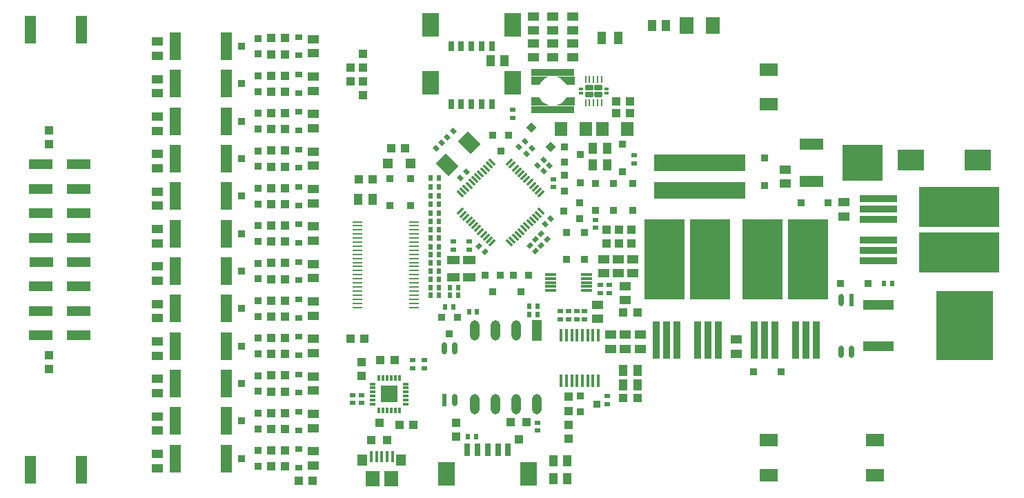
<source format=gtp>
G04 Layer_Color=8421504*
%FSAX24Y24*%
%MOIN*%
G70*
G01*
G75*
%ADD10R,0.0650X0.0799*%
%ADD11R,0.0394X0.0433*%
%ADD13R,0.1181X0.0551*%
G04:AMPARAMS|DCode=14|XSize=25mil|YSize=19.7mil|CornerRadius=0mil|HoleSize=0mil|Usage=FLASHONLY|Rotation=315.000|XOffset=0mil|YOffset=0mil|HoleType=Round|Shape=Rectangle|*
%AMROTATEDRECTD14*
4,1,4,-0.0158,0.0019,-0.0019,0.0158,0.0158,-0.0019,0.0019,-0.0158,-0.0158,0.0019,0.0*
%
%ADD14ROTATEDRECTD14*%

G04:AMPARAMS|DCode=15|XSize=25mil|YSize=19.7mil|CornerRadius=0mil|HoleSize=0mil|Usage=FLASHONLY|Rotation=45.000|XOffset=0mil|YOffset=0mil|HoleType=Round|Shape=Rectangle|*
%AMROTATEDRECTD15*
4,1,4,-0.0019,-0.0158,-0.0158,-0.0019,0.0019,0.0158,0.0158,0.0019,-0.0019,-0.0158,0.0*
%
%ADD15ROTATEDRECTD15*%

%ADD16R,0.0197X0.0250*%
%ADD17R,0.0551X0.0433*%
%ADD18R,0.0250X0.0197*%
%ADD19R,0.0433X0.0394*%
%ADD20R,0.0433X0.0551*%
%ADD21R,0.0630X0.0709*%
%ADD22R,0.0394X0.0394*%
%ADD23O,0.0240X0.0598*%
%ADD24R,0.0240X0.0598*%
%ADD25R,0.0591X0.0433*%
%ADD26R,0.0335X0.0335*%
%ADD27R,0.1457X0.0512*%
%ADD29R,0.0906X0.0598*%
%ADD30P,0.0473X4X360.0*%
%ADD31R,0.0335X0.0335*%
%ADD32R,0.0472X0.0472*%
%ADD33R,0.0335X0.0256*%
G04:AMPARAMS|DCode=35|XSize=12.6mil|YSize=39.4mil|CornerRadius=0mil|HoleSize=0mil|Usage=FLASHONLY|Rotation=315.000|XOffset=0mil|YOffset=0mil|HoleType=Round|Shape=Rectangle|*
%AMROTATEDRECTD35*
4,1,4,-0.0184,-0.0095,0.0095,0.0184,0.0184,0.0095,-0.0095,-0.0184,-0.0184,-0.0095,0.0*
%
%ADD35ROTATEDRECTD35*%

G04:AMPARAMS|DCode=36|XSize=12.6mil|YSize=39.4mil|CornerRadius=0mil|HoleSize=0mil|Usage=FLASHONLY|Rotation=45.000|XOffset=0mil|YOffset=0mil|HoleType=Round|Shape=Rectangle|*
%AMROTATEDRECTD36*
4,1,4,0.0095,-0.0184,-0.0184,0.0095,-0.0095,0.0184,0.0184,-0.0095,0.0095,-0.0184,0.0*
%
%ADD36ROTATEDRECTD36*%

G04:AMPARAMS|DCode=39|XSize=9.1mil|YSize=31.5mil|CornerRadius=1.8mil|HoleSize=0mil|Usage=FLASHONLY|Rotation=180.000|XOffset=0mil|YOffset=0mil|HoleType=Round|Shape=RoundedRectangle|*
%AMROUNDEDRECTD39*
21,1,0.0091,0.0279,0,0,180.0*
21,1,0.0054,0.0315,0,0,180.0*
1,1,0.0036,-0.0027,0.0139*
1,1,0.0036,0.0027,0.0139*
1,1,0.0036,0.0027,-0.0139*
1,1,0.0036,-0.0027,-0.0139*
%
%ADD39ROUNDEDRECTD39*%
%ADD40O,0.0472X0.0984*%
%ADD41R,0.0472X0.0984*%
%ADD42R,0.0295X0.0118*%
%ADD43R,0.0118X0.0295*%
%ADD45R,0.0551X0.0118*%
G04:AMPARAMS|DCode=46|XSize=63mil|YSize=13.8mil|CornerRadius=3.4mil|HoleSize=0mil|Usage=FLASHONLY|Rotation=270.000|XOffset=0mil|YOffset=0mil|HoleType=Round|Shape=RoundedRectangle|*
%AMROUNDEDRECTD46*
21,1,0.0630,0.0069,0,0,270.0*
21,1,0.0561,0.0138,0,0,270.0*
1,1,0.0069,-0.0034,-0.0281*
1,1,0.0069,-0.0034,0.0281*
1,1,0.0069,0.0034,0.0281*
1,1,0.0069,0.0034,-0.0281*
%
%ADD46ROUNDEDRECTD46*%
%ADD47R,0.0138X0.0630*%
%ADD48R,0.0453X0.0571*%
%ADD49R,0.0157X0.0551*%
%ADD50R,0.0689X0.0748*%
%ADD51R,0.0827X0.1181*%
%ADD52R,0.0315X0.0630*%
%ADD53R,0.1150X0.0500*%
%ADD54R,0.0315X0.0512*%
%ADD55R,0.2087X0.0374*%
%ADD56R,0.1811X0.0354*%
%ADD58R,0.0354X0.1811*%
%ADD60R,0.0374X0.0354*%
%ADD61R,0.0374X0.0354*%
%ADD62R,0.0354X0.0374*%
%ADD63R,0.0354X0.0374*%
%ADD64R,0.0551X0.1378*%
%ADD65R,0.4409X0.0807*%
%ADD66R,0.1260X0.0984*%
%ADD67R,0.0433X0.0591*%
%ADD68O,0.0492X0.0098*%
%ADD69R,0.0492X0.0098*%
G04:AMPARAMS|DCode=70|XSize=70mil|YSize=85mil|CornerRadius=0mil|HoleSize=0mil|Usage=FLASHONLY|Rotation=225.000|XOffset=0mil|YOffset=0mil|HoleType=Round|Shape=Rectangle|*
%AMROTATEDRECTD70*
4,1,4,-0.0053,0.0548,0.0548,-0.0053,0.0053,-0.0548,-0.0548,0.0053,-0.0053,0.0548,0.0*
%
%ADD70ROTATEDRECTD70*%

G04:AMPARAMS|DCode=101|XSize=41.3mil|YSize=26.8mil|CornerRadius=5.4mil|HoleSize=0mil|Usage=FLASHONLY|Rotation=0.000|XOffset=0mil|YOffset=0mil|HoleType=Round|Shape=RoundedRectangle|*
%AMROUNDEDRECTD101*
21,1,0.0413,0.0161,0,0,0.0*
21,1,0.0306,0.0268,0,0,0.0*
1,1,0.0107,0.0153,-0.0080*
1,1,0.0107,-0.0153,-0.0080*
1,1,0.0107,-0.0153,0.0080*
1,1,0.0107,0.0153,0.0080*
%
%ADD101ROUNDEDRECTD101*%
G04:AMPARAMS|DCode=102|XSize=19.7mil|YSize=10.2mil|CornerRadius=0.5mil|HoleSize=0mil|Usage=FLASHONLY|Rotation=0.000|XOffset=0mil|YOffset=0mil|HoleType=Round|Shape=RoundedRectangle|*
%AMROUNDEDRECTD102*
21,1,0.0197,0.0092,0,0,0.0*
21,1,0.0187,0.0102,0,0,0.0*
1,1,0.0010,0.0093,-0.0046*
1,1,0.0010,-0.0093,-0.0046*
1,1,0.0010,-0.0093,0.0046*
1,1,0.0010,0.0093,0.0046*
%
%ADD102ROUNDEDRECTD102*%
%ADD103R,0.1968X0.1722*%
%ADD104R,0.2756X0.3346*%
%ADD105R,0.0787X0.0787*%
%ADD106R,0.3898X0.1968*%
%ADD107R,0.1968X0.3898*%
G36*
X289232Y195945D02*
X288189D01*
X288346Y195965D01*
X288425Y195984D01*
X288465Y196004D01*
X288583Y196063D01*
X288661Y196122D01*
X288720Y196181D01*
X288780Y196260D01*
X288839Y196358D01*
X289232D01*
Y195945D01*
D02*
G37*
G36*
X287559Y196319D02*
X287618Y196220D01*
X287736Y196102D01*
X287815Y196043D01*
X287933Y195984D01*
X288012Y195965D01*
X288189Y195945D01*
X287146D01*
Y196358D01*
X287539D01*
X287559Y196319D01*
D02*
G37*
G36*
X289232Y196949D02*
X288839D01*
X288780Y197047D01*
X288720Y197126D01*
X288622Y197224D01*
X288563Y197264D01*
X288445Y197323D01*
X288366Y197343D01*
X288189Y197362D01*
X289232D01*
Y196949D01*
D02*
G37*
G36*
X288012Y197343D02*
X287894Y197303D01*
X287854Y197283D01*
X287756Y197224D01*
X287618Y197087D01*
X287579Y197028D01*
X287539Y196949D01*
X287146D01*
Y197362D01*
X288189D01*
X288012Y197343D01*
D02*
G37*
D10*
X294646Y199803D02*
D03*
X295906D02*
D03*
D11*
X278425Y197776D02*
D03*
Y197106D02*
D03*
X279016D02*
D03*
Y196437D02*
D03*
Y197776D02*
D03*
Y198445D02*
D03*
X278937Y183563D02*
D03*
Y182894D02*
D03*
X283504Y179941D02*
D03*
Y180610D02*
D03*
X290787Y189941D02*
D03*
Y189272D02*
D03*
X291378Y189941D02*
D03*
Y189272D02*
D03*
X291968Y189941D02*
D03*
Y189272D02*
D03*
X288937Y181201D02*
D03*
Y181870D02*
D03*
Y180532D02*
D03*
Y179862D02*
D03*
X263858Y183878D02*
D03*
Y183209D02*
D03*
Y194075D02*
D03*
Y194744D02*
D03*
D13*
X300669Y192283D02*
D03*
Y194094D02*
D03*
D14*
X283997Y192738D02*
D03*
X283719Y192459D02*
D03*
X287814Y190215D02*
D03*
X288092Y190494D02*
D03*
X286832Y194234D02*
D03*
X286554Y193955D02*
D03*
X282816Y194155D02*
D03*
X282538Y193877D02*
D03*
X283089Y194428D02*
D03*
X283368Y194706D02*
D03*
X287462Y193047D02*
D03*
X287740Y193325D02*
D03*
X287740Y192769D02*
D03*
X288019Y193047D02*
D03*
X286905Y193604D02*
D03*
X287184Y193882D02*
D03*
D15*
X284625Y189155D02*
D03*
X284903Y188877D02*
D03*
X287341Y189470D02*
D03*
X287620Y189192D02*
D03*
X287063Y189192D02*
D03*
X287341Y188913D02*
D03*
X287620Y189748D02*
D03*
X287898Y189470D02*
D03*
D16*
X282283Y191181D02*
D03*
X282677D02*
D03*
X287047Y185866D02*
D03*
X287441D02*
D03*
X287047Y186260D02*
D03*
X287441D02*
D03*
X284094Y179961D02*
D03*
X284488D02*
D03*
X282283Y192008D02*
D03*
X282677D02*
D03*
Y187953D02*
D03*
X282283D02*
D03*
X282677Y187559D02*
D03*
X282283D02*
D03*
X283622Y186772D02*
D03*
X283228D02*
D03*
X283622Y187165D02*
D03*
X283228D02*
D03*
X282677Y191575D02*
D03*
X282283D02*
D03*
X282677Y192441D02*
D03*
X282283D02*
D03*
X304173Y187362D02*
D03*
X304567D02*
D03*
X282992Y186220D02*
D03*
X283386D02*
D03*
X282677Y186772D02*
D03*
X282283D02*
D03*
X282677Y187165D02*
D03*
X282283D02*
D03*
Y188346D02*
D03*
X282677D02*
D03*
X282283Y188740D02*
D03*
X282677D02*
D03*
X282283Y189134D02*
D03*
X282677D02*
D03*
X282283Y189567D02*
D03*
X282677D02*
D03*
X282283Y189961D02*
D03*
X282677D02*
D03*
X282283Y190748D02*
D03*
X282677D02*
D03*
X282283Y190354D02*
D03*
X282677D02*
D03*
X284528Y185984D02*
D03*
X284134D02*
D03*
D17*
X290984Y184872D02*
D03*
Y184183D02*
D03*
X291339Y188533D02*
D03*
Y187844D02*
D03*
X292047Y188533D02*
D03*
Y187844D02*
D03*
X290630Y188533D02*
D03*
Y187844D02*
D03*
X290354Y185640D02*
D03*
Y186329D02*
D03*
X276614Y179242D02*
D03*
Y178553D02*
D03*
Y181053D02*
D03*
Y180364D02*
D03*
Y182864D02*
D03*
Y182175D02*
D03*
Y184675D02*
D03*
Y183986D02*
D03*
Y186486D02*
D03*
Y185797D02*
D03*
Y188297D02*
D03*
Y187608D02*
D03*
Y190108D02*
D03*
Y189419D02*
D03*
Y191919D02*
D03*
Y191230D02*
D03*
Y193730D02*
D03*
Y193041D02*
D03*
Y195541D02*
D03*
Y194852D02*
D03*
Y197352D02*
D03*
Y196663D02*
D03*
Y199163D02*
D03*
Y198474D02*
D03*
X291693Y186545D02*
D03*
Y187234D02*
D03*
X289134Y199577D02*
D03*
Y200266D02*
D03*
X288189Y199577D02*
D03*
Y200266D02*
D03*
X287244Y199577D02*
D03*
Y200266D02*
D03*
X292402Y184872D02*
D03*
Y184183D02*
D03*
X302244Y191289D02*
D03*
Y190600D02*
D03*
X297047Y183947D02*
D03*
Y184636D02*
D03*
X299409Y192864D02*
D03*
Y192175D02*
D03*
X291693Y184872D02*
D03*
Y184183D02*
D03*
X269094Y179124D02*
D03*
Y178435D02*
D03*
Y180935D02*
D03*
Y180246D02*
D03*
Y182746D02*
D03*
Y182057D02*
D03*
Y184557D02*
D03*
Y183868D02*
D03*
Y186368D02*
D03*
Y185679D02*
D03*
Y188179D02*
D03*
Y187490D02*
D03*
Y189990D02*
D03*
Y189301D02*
D03*
Y191801D02*
D03*
Y191112D02*
D03*
Y193612D02*
D03*
Y192923D02*
D03*
Y195423D02*
D03*
Y194734D02*
D03*
Y197234D02*
D03*
Y196545D02*
D03*
Y199045D02*
D03*
Y198356D02*
D03*
X287244Y198278D02*
D03*
Y198967D02*
D03*
X289134Y198278D02*
D03*
Y198967D02*
D03*
X288189Y198278D02*
D03*
Y198967D02*
D03*
D18*
X287441Y180236D02*
D03*
Y180630D02*
D03*
X278504Y181575D02*
D03*
Y181968D02*
D03*
X290472Y187283D02*
D03*
Y186890D02*
D03*
X290906Y187283D02*
D03*
Y186890D02*
D03*
X281417Y183661D02*
D03*
Y183268D02*
D03*
X281968Y183661D02*
D03*
Y183268D02*
D03*
X284134Y188976D02*
D03*
Y189370D02*
D03*
X290236Y190039D02*
D03*
Y190433D02*
D03*
X289724Y186024D02*
D03*
Y185630D02*
D03*
X289331Y186024D02*
D03*
Y185630D02*
D03*
X288937Y186024D02*
D03*
Y185630D02*
D03*
X288543Y186024D02*
D03*
Y185630D02*
D03*
X292126Y193543D02*
D03*
Y193150D02*
D03*
X288228Y192402D02*
D03*
Y192008D02*
D03*
X278937Y181968D02*
D03*
Y181575D02*
D03*
X283386Y188976D02*
D03*
Y189370D02*
D03*
X286260Y195354D02*
D03*
Y195748D02*
D03*
X290827Y181929D02*
D03*
Y181535D02*
D03*
D19*
X280532Y183661D02*
D03*
X279862D02*
D03*
X281437Y180512D02*
D03*
X280768D02*
D03*
X291909Y195591D02*
D03*
X291240D02*
D03*
X281043Y193898D02*
D03*
X280374D02*
D03*
X279075Y184685D02*
D03*
X278406D02*
D03*
X292264Y185945D02*
D03*
X291594D02*
D03*
X292264Y181811D02*
D03*
X291594D02*
D03*
X275256Y179291D02*
D03*
X274587D02*
D03*
X275256Y181102D02*
D03*
X274587D02*
D03*
X275256Y182913D02*
D03*
X274587D02*
D03*
X275256Y184724D02*
D03*
X274587D02*
D03*
X275256Y186535D02*
D03*
X274587D02*
D03*
X275256Y188346D02*
D03*
X274587D02*
D03*
X275256Y190157D02*
D03*
X274587D02*
D03*
X275256Y191968D02*
D03*
X274587D02*
D03*
X275256Y193780D02*
D03*
X274587D02*
D03*
X275256Y195591D02*
D03*
X274587D02*
D03*
X275256Y197402D02*
D03*
X274587D02*
D03*
X275256Y199213D02*
D03*
X274587D02*
D03*
X275256Y178504D02*
D03*
X274587D02*
D03*
X275256Y180315D02*
D03*
X274587D02*
D03*
X275256Y182126D02*
D03*
X274587D02*
D03*
X275256Y183937D02*
D03*
X274587D02*
D03*
X275256Y185748D02*
D03*
X274587D02*
D03*
X275256Y187559D02*
D03*
X274587D02*
D03*
X275256Y189370D02*
D03*
X274587D02*
D03*
X275256Y191181D02*
D03*
X274587D02*
D03*
X275256Y192992D02*
D03*
X274587D02*
D03*
X275256Y194803D02*
D03*
X274587D02*
D03*
X275256Y196614D02*
D03*
X274587D02*
D03*
X275256Y198425D02*
D03*
X274587D02*
D03*
X291240Y196142D02*
D03*
X291909D02*
D03*
X275925Y177835D02*
D03*
X276594D02*
D03*
X278799Y192402D02*
D03*
X279468D02*
D03*
D20*
X288199Y177913D02*
D03*
X288888D02*
D03*
X291585Y182441D02*
D03*
X292274D02*
D03*
X278789Y191417D02*
D03*
X279478D02*
D03*
X285167Y198110D02*
D03*
X285856D02*
D03*
X288199Y178780D02*
D03*
X288888D02*
D03*
X292274Y183150D02*
D03*
X291585D02*
D03*
X290817Y193071D02*
D03*
X290128D02*
D03*
Y193898D02*
D03*
X290817D02*
D03*
X293652Y199803D02*
D03*
X292963D02*
D03*
D21*
X289764Y194803D02*
D03*
X288583D02*
D03*
X290591D02*
D03*
X291772D02*
D03*
D22*
X286535Y179823D02*
D03*
X286161Y180650D02*
D03*
X286909D02*
D03*
X279803Y180610D02*
D03*
X280177Y179783D02*
D03*
X279429D02*
D03*
D23*
X302112Y184065D02*
D03*
X302612D02*
D03*
X302112Y186565D02*
D03*
X283439Y184203D02*
D03*
X282939D02*
D03*
X283439Y181703D02*
D03*
D24*
X302612Y186565D02*
D03*
X282939Y181703D02*
D03*
D25*
X284134Y187657D02*
D03*
Y188484D02*
D03*
X283386Y187657D02*
D03*
Y188484D02*
D03*
D26*
X302096Y187362D02*
D03*
X303415D02*
D03*
X300167Y191260D02*
D03*
X301486D02*
D03*
X299203Y183071D02*
D03*
X297884D02*
D03*
D27*
X303898Y186315D02*
D03*
Y184315D02*
D03*
D29*
X303740Y178094D02*
D03*
Y179780D02*
D03*
X298622Y178094D02*
D03*
Y179780D02*
D03*
Y196008D02*
D03*
Y197693D02*
D03*
D30*
X287132Y194876D02*
D03*
X288065Y193943D02*
D03*
D31*
X298425Y193415D02*
D03*
Y192096D02*
D03*
X290236Y192195D02*
D03*
Y190876D02*
D03*
X291535Y192766D02*
D03*
Y194085D02*
D03*
X289724Y188514D02*
D03*
Y189833D02*
D03*
X292047Y190876D02*
D03*
Y192195D02*
D03*
X288858Y188514D02*
D03*
Y189833D02*
D03*
X291102Y192195D02*
D03*
Y190876D02*
D03*
X281299Y191112D02*
D03*
Y192431D02*
D03*
X280315Y191112D02*
D03*
Y192431D02*
D03*
D32*
X280197Y193150D02*
D03*
X281299D02*
D03*
D33*
X275906Y179341D02*
D03*
Y178455D02*
D03*
Y181152D02*
D03*
Y180266D02*
D03*
Y182963D02*
D03*
Y182077D02*
D03*
Y184774D02*
D03*
Y183888D02*
D03*
Y186585D02*
D03*
Y185699D02*
D03*
Y188396D02*
D03*
Y187510D02*
D03*
Y190207D02*
D03*
Y189321D02*
D03*
Y192018D02*
D03*
Y191132D02*
D03*
Y193829D02*
D03*
Y192943D02*
D03*
Y195640D02*
D03*
Y194754D02*
D03*
Y197451D02*
D03*
Y196565D02*
D03*
Y199262D02*
D03*
Y198376D02*
D03*
D35*
X286090Y193211D02*
D03*
X286229Y193072D02*
D03*
X286368Y192933D02*
D03*
X286507Y192794D02*
D03*
X286646Y192655D02*
D03*
X286786Y192515D02*
D03*
X286925Y192376D02*
D03*
X287064Y192237D02*
D03*
X287203Y192098D02*
D03*
X287342Y191959D02*
D03*
X287482Y191819D02*
D03*
X287621Y191680D02*
D03*
X285249Y189308D02*
D03*
X285110Y189448D02*
D03*
X284971Y189587D02*
D03*
X284831Y189726D02*
D03*
X284692Y189865D02*
D03*
X284553Y190004D02*
D03*
X284414Y190144D02*
D03*
X284275Y190283D02*
D03*
X284135Y190422D02*
D03*
X283996Y190561D02*
D03*
X283857Y190700D02*
D03*
X283718Y190839D02*
D03*
D36*
X287621D02*
D03*
X287482Y190700D02*
D03*
X287342Y190561D02*
D03*
X287203Y190422D02*
D03*
X287064Y190283D02*
D03*
X286925Y190144D02*
D03*
X286786Y190004D02*
D03*
X286646Y189865D02*
D03*
X286507Y189726D02*
D03*
X286368Y189587D02*
D03*
X286229Y189448D02*
D03*
X286090Y189308D02*
D03*
X283718Y191680D02*
D03*
X283857Y191819D02*
D03*
X283996Y191959D02*
D03*
X284135Y192098D02*
D03*
X284275Y192237D02*
D03*
X284414Y192376D02*
D03*
X284553Y192515D02*
D03*
X284692Y192655D02*
D03*
X284831Y192794D02*
D03*
X284971Y192933D02*
D03*
X285110Y193072D02*
D03*
X285249Y193211D02*
D03*
D39*
X290157Y196073D02*
D03*
X289764D02*
D03*
X289961D02*
D03*
X290354D02*
D03*
X290551D02*
D03*
X289764Y197234D02*
D03*
X289961D02*
D03*
X290354D02*
D03*
X290551D02*
D03*
X290157D02*
D03*
D40*
X284425Y181535D02*
D03*
X285425D02*
D03*
X286425D02*
D03*
X287425D02*
D03*
X284425Y185079D02*
D03*
X285425D02*
D03*
X286425D02*
D03*
D41*
X287425D02*
D03*
D42*
X279488Y182106D02*
D03*
Y182303D02*
D03*
Y182500D02*
D03*
Y181516D02*
D03*
Y181713D02*
D03*
Y181909D02*
D03*
X281063Y182106D02*
D03*
Y182303D02*
D03*
Y182500D02*
D03*
Y181516D02*
D03*
Y181713D02*
D03*
Y181909D02*
D03*
D43*
X280374Y181220D02*
D03*
X280571D02*
D03*
X280768D02*
D03*
X279783D02*
D03*
X279980D02*
D03*
X280177D02*
D03*
Y182795D02*
D03*
X279980D02*
D03*
X279783D02*
D03*
X280768D02*
D03*
X280571D02*
D03*
X280374D02*
D03*
D45*
X289803Y187402D02*
D03*
Y187205D02*
D03*
Y187008D02*
D03*
Y187598D02*
D03*
Y187795D02*
D03*
X288071Y187008D02*
D03*
Y187205D02*
D03*
Y187795D02*
D03*
Y187598D02*
D03*
Y187402D02*
D03*
D46*
X290384Y184843D02*
D03*
D47*
X290128D02*
D03*
X289872D02*
D03*
X289616D02*
D03*
X289360D02*
D03*
X289104D02*
D03*
X288848D02*
D03*
X288593D02*
D03*
X290384Y182638D02*
D03*
X290128D02*
D03*
X289872D02*
D03*
X289616D02*
D03*
X289360D02*
D03*
X289104D02*
D03*
X288848D02*
D03*
X288593D02*
D03*
D48*
X280846Y178811D02*
D03*
X278996D02*
D03*
D49*
X280433Y178976D02*
D03*
X280177D02*
D03*
X279409D02*
D03*
X279665D02*
D03*
X279921D02*
D03*
D50*
X279478Y177933D02*
D03*
X280364D02*
D03*
D51*
X287028Y178150D02*
D03*
X283051D02*
D03*
X282264Y197047D02*
D03*
X286240D02*
D03*
X282264Y199843D02*
D03*
X286240D02*
D03*
D52*
X286024Y179311D02*
D03*
X284055D02*
D03*
X285039D02*
D03*
X284547D02*
D03*
X285532D02*
D03*
D53*
X263461Y184843D02*
D03*
Y186024D02*
D03*
Y187205D02*
D03*
X263465Y188386D02*
D03*
X263461Y189567D02*
D03*
Y190748D02*
D03*
Y191929D02*
D03*
Y193110D02*
D03*
X265280Y190748D02*
D03*
Y189567D02*
D03*
Y186024D02*
D03*
Y184843D02*
D03*
Y187205D02*
D03*
Y188386D02*
D03*
Y191929D02*
D03*
Y193110D02*
D03*
D54*
X283268Y196024D02*
D03*
X285236D02*
D03*
X284252D02*
D03*
X284744D02*
D03*
X283760D02*
D03*
X283268Y198819D02*
D03*
X285236D02*
D03*
X284252D02*
D03*
X284744D02*
D03*
X283760D02*
D03*
D55*
X288189Y197549D02*
D03*
Y195758D02*
D03*
D56*
X303907Y191461D02*
D03*
Y190959D02*
D03*
Y190461D02*
D03*
Y189461D02*
D03*
Y188961D02*
D03*
Y188461D02*
D03*
D58*
X297909Y184616D02*
D03*
X298411D02*
D03*
X298909D02*
D03*
X299909D02*
D03*
X300409D02*
D03*
X300909D02*
D03*
X293185D02*
D03*
X293686D02*
D03*
X294185D02*
D03*
X295185D02*
D03*
X295685D02*
D03*
X296185D02*
D03*
D60*
X273150Y178898D02*
D03*
X273937Y178524D02*
D03*
X273150Y180709D02*
D03*
X273937Y180335D02*
D03*
X273150Y182520D02*
D03*
X273937Y182146D02*
D03*
X273150Y184331D02*
D03*
X273937Y183957D02*
D03*
X273150Y186142D02*
D03*
X273937Y185768D02*
D03*
X273150Y187953D02*
D03*
X273937Y187579D02*
D03*
X273150Y189764D02*
D03*
X273937Y189390D02*
D03*
X273150Y191575D02*
D03*
X273937Y191201D02*
D03*
X273150Y193386D02*
D03*
X273937Y193012D02*
D03*
X273150Y195197D02*
D03*
X273937Y194823D02*
D03*
X273150Y197008D02*
D03*
X273937Y196634D02*
D03*
X273150Y198819D02*
D03*
X273937Y198445D02*
D03*
X289528Y193583D02*
D03*
X288740Y193957D02*
D03*
X289528Y192205D02*
D03*
X288740Y192579D02*
D03*
X288701Y190866D02*
D03*
X289488Y190492D02*
D03*
X290315Y181535D02*
D03*
X289528Y181909D02*
D03*
D61*
X273937Y179272D02*
D03*
Y181083D02*
D03*
Y182894D02*
D03*
Y184705D02*
D03*
Y186516D02*
D03*
Y188327D02*
D03*
Y190138D02*
D03*
Y191949D02*
D03*
Y193760D02*
D03*
Y195571D02*
D03*
Y197382D02*
D03*
Y199193D02*
D03*
X288740Y193209D02*
D03*
Y191831D02*
D03*
X289488Y191240D02*
D03*
X289528Y181161D02*
D03*
D62*
X285669Y193740D02*
D03*
X286043Y194528D02*
D03*
X283189Y184921D02*
D03*
X283563Y185709D02*
D03*
X285276Y186968D02*
D03*
X285650Y187756D02*
D03*
X286654Y186968D02*
D03*
X287028Y187756D02*
D03*
D63*
X285295Y194528D02*
D03*
X282815Y185709D02*
D03*
X284902Y187756D02*
D03*
X286280D02*
D03*
D64*
X262933Y178346D02*
D03*
X265413D02*
D03*
X262933Y199606D02*
D03*
X265413D02*
D03*
X269941Y178898D02*
D03*
X272421D02*
D03*
X269941Y180709D02*
D03*
X272421D02*
D03*
X269941Y182520D02*
D03*
X272421D02*
D03*
X269941Y184331D02*
D03*
X272421D02*
D03*
X269941Y186142D02*
D03*
X272421D02*
D03*
X269941Y187953D02*
D03*
X272421D02*
D03*
X269941Y189764D02*
D03*
X272421D02*
D03*
X269941Y191575D02*
D03*
X272421D02*
D03*
X269941Y193386D02*
D03*
X272421D02*
D03*
X269941Y195197D02*
D03*
X272421D02*
D03*
X269941Y197008D02*
D03*
X272421D02*
D03*
X269941Y198819D02*
D03*
X272421D02*
D03*
D65*
X295276Y193189D02*
D03*
X295276Y191850D02*
D03*
D66*
X305472Y193307D02*
D03*
X308701D02*
D03*
D67*
X291358Y199213D02*
D03*
X290532D02*
D03*
D68*
X278750Y190335D02*
D03*
D69*
Y190138D02*
D03*
Y189941D02*
D03*
Y189744D02*
D03*
Y189547D02*
D03*
Y189350D02*
D03*
Y189154D02*
D03*
Y188957D02*
D03*
Y188760D02*
D03*
Y188563D02*
D03*
Y188366D02*
D03*
Y188169D02*
D03*
Y187972D02*
D03*
Y187776D02*
D03*
Y187579D02*
D03*
Y187382D02*
D03*
Y187185D02*
D03*
Y186988D02*
D03*
Y186791D02*
D03*
Y186594D02*
D03*
Y186398D02*
D03*
Y186201D02*
D03*
X281486Y190335D02*
D03*
Y190138D02*
D03*
Y189941D02*
D03*
Y189744D02*
D03*
Y189547D02*
D03*
Y189350D02*
D03*
Y189154D02*
D03*
Y188957D02*
D03*
Y188760D02*
D03*
Y188563D02*
D03*
Y188366D02*
D03*
Y188169D02*
D03*
Y187972D02*
D03*
Y187776D02*
D03*
Y187579D02*
D03*
Y187382D02*
D03*
Y187185D02*
D03*
Y186988D02*
D03*
Y186791D02*
D03*
Y186594D02*
D03*
Y186398D02*
D03*
Y186201D02*
D03*
D70*
X284151Y194151D02*
D03*
X283093Y193093D02*
D03*
D101*
X289931Y196811D02*
D03*
X290384D02*
D03*
Y196496D02*
D03*
X289931D02*
D03*
D102*
X289547Y196752D02*
D03*
Y196555D02*
D03*
X290768D02*
D03*
Y196752D02*
D03*
D103*
X303150Y193194D02*
D03*
D104*
X308071Y185315D02*
D03*
D105*
X280276Y182008D02*
D03*
D106*
X307815Y191063D02*
D03*
X307815Y188858D02*
D03*
D107*
X298307Y188524D02*
D03*
X300512Y188524D02*
D03*
X293583Y188524D02*
D03*
X295787Y188524D02*
D03*
M02*

</source>
